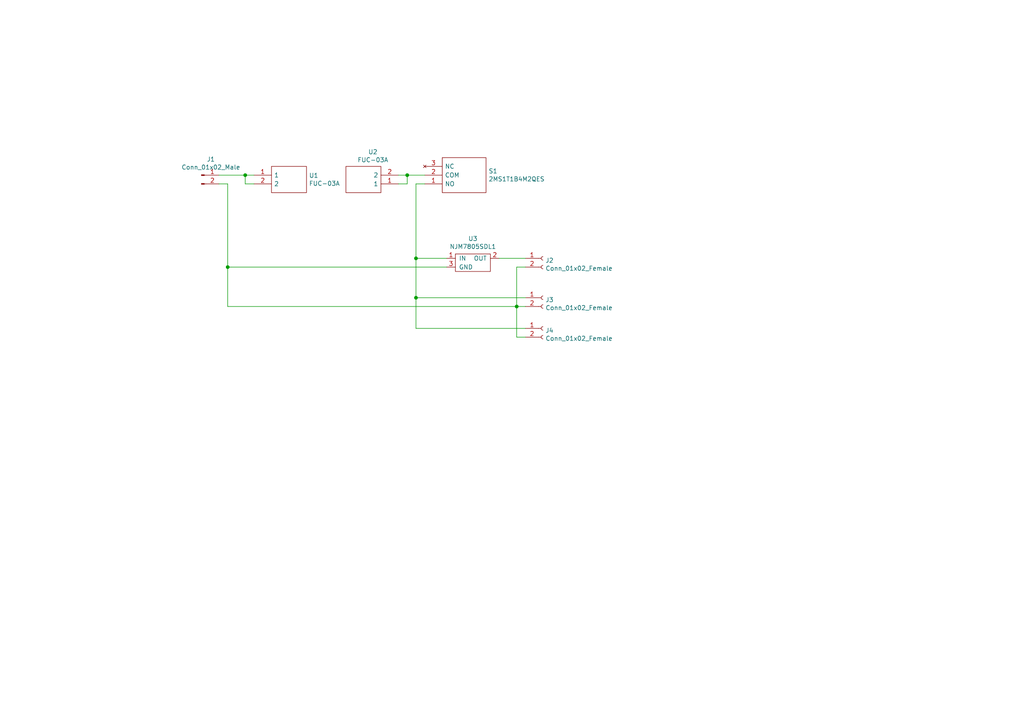
<source format=kicad_sch>
(kicad_sch (version 20211123) (generator eeschema)
  (paper "A4")
  (lib_symbols
    (symbol "Connector:Conn_01x02_Female" (pin_names (offset 1.016) hide)
      (property "Reference" "J" (at 0 2.54 0))
      (property "Value" "Conn_01x02_Female" (at 0 -5.08 0))
      (symbol "Conn_01x02_Female_1_1"
        (arc (start 0 -2.032) (mid -0.508 -2.54) (end 0 -3.048) (stroke (width 0.1524)))
        (polyline (pts (xy -1.27 -2.54) (xy -0.508 -2.54)) (stroke (width 0.1524)))
        (polyline (pts (xy -1.27 0) (xy -0.508 0)) (stroke (width 0.1524)))
        (arc (start 0 0.508) (mid -0.508 0) (end 0 -0.508) (stroke (width 0.1524)))
        (pin passive line (at -5.08 0 0) (length 3.81) (name "Pin_1") (number "1"))
        (pin passive line (at -5.08 -2.54 0) (length 3.81) (name "Pin_2") (number "2"))
      )
    )
    (symbol "Connector:Conn_01x02_Male" (pin_names (offset 1.016) hide)
      (property "Reference" "J" (at 0 2.54 0))
      (property "Value" "Conn_01x02_Male" (at 0 -5.08 0))
      (symbol "Conn_01x02_Male_1_1"
        (polyline (pts (xy 1.27 -2.54) (xy 0.8636 -2.54)) (stroke (width 0.1524)))
        (polyline (pts (xy 1.27 0) (xy 0.8636 0)) (stroke (width 0.1524)))
        (rectangle (start 0.8636 -2.413) (end 0 -2.667) (stroke (width 0.1524)) (fill (type outline)))
        (rectangle (start 0.8636 0.127) (end 0 -0.127) (stroke (width 0.1524)) (fill (type outline)))
        (pin passive line (at 5.08 0 180) (length 3.81) (name "Pin_1") (number "1"))
        (pin passive line (at 5.08 -2.54 180) (length 3.81) (name "Pin_2") (number "2"))
      )
    )
    (symbol "NJM7805SDL1:NJM7805SDL1" (pin_names (offset 1.016))
      (property "Reference" "U" (at 0 3.81 0))
      (property "Value" "NJM7805SDL1_NJM7805SDL1" (at 0 6.35 0))
      (symbol "NJM7805SDL1_0_1"
        (rectangle (start -5.08 2.54) (end 5.08 -2.54))
      )
      (symbol "NJM7805SDL1_1_1"
        (pin passive line (at -7.62 1.27 0) (length 2.54) (name "IN") (number "1"))
        (pin passive line (at 7.62 1.27 180) (length 2.54) (name "OUT") (number "2"))
        (pin passive line (at -7.62 -1.27 0) (length 2.54) (name "GND") (number "3"))
      )
    )
    (symbol "SamacSys_Parts:2MS1T1B4M2QES" (pin_names (offset 0.762))
      (property "Reference" "S" (at 19.05 7.62 0))
      (property "Value" "SamacSys_Parts_2MS1T1B4M2QES" (at 19.05 5.08 0))
      (symbol "2MS1T1B4M2QES_0_0"
        (pin passive line (at 0 -5.08 0) (length 5.08) (name "NO") (number "1"))
        (pin passive line (at 0 -2.54 0) (length 5.08) (name "COM") (number "2"))
        (pin no_connect line (at 0 0 0) (length 5.08) (name "NC") (number "3"))
      )
      (symbol "2MS1T1B4M2QES_0_1"
        (polyline (pts (xy 5.08 2.54) (xy 17.78 2.54) (xy 17.78 -7.62) (xy 5.08 -7.62) (xy 5.08 2.54)) (stroke (width 0.1524)))
      )
    )
    (symbol "SamacSys_Parts:FUC-03A" (pin_names (offset 0.762))
      (property "Reference" "U" (at 16.51 7.62 0))
      (property "Value" "SamacSys_Parts_FUC-03A" (at 16.51 5.08 0))
      (symbol "FUC-03A_0_0"
        (pin passive line (at 0 0 0) (length 5.08) (name "1") (number "1"))
        (pin passive line (at 0 -2.54 0) (length 5.08) (name "2") (number "2"))
      )
      (symbol "FUC-03A_0_1"
        (polyline (pts (xy 5.08 2.54) (xy 15.24 2.54) (xy 15.24 -5.08) (xy 5.08 -5.08) (xy 5.08 2.54)) (stroke (width 0.1524)))
      )
    )
  )
  (junction (at 71.12 50.8))
  (junction (at 120.65 74.93))
  (junction (at 66.04 77.47))
  (junction (at 149.86 88.9))
  (junction (at 118.11 50.8))
  (junction (at 120.65 86.36))
  (wire (pts (xy 120.65 95.25) (xy 152.4 95.25)))
  (wire (pts (xy 118.11 53.34) (xy 118.11 50.8)))
  (wire (pts (xy 71.12 50.8) (xy 73.66 50.8)))
  (wire (pts (xy 152.4 97.79) (xy 149.86 97.79)))
  (wire (pts (xy 115.57 53.34) (xy 118.11 53.34)))
  (wire (pts (xy 71.12 53.34) (xy 71.12 50.8)))
  (wire (pts (xy 149.86 88.9) (xy 152.4 88.9)))
  (wire (pts (xy 120.65 86.36) (xy 120.65 95.25)))
  (wire (pts (xy 120.65 86.36) (xy 120.65 74.93)))
  (wire (pts (xy 149.86 88.9) (xy 66.04 88.9)))
  (wire (pts (xy 66.04 53.34) (xy 66.04 77.47)))
  (wire (pts (xy 149.86 77.47) (xy 149.86 88.9)))
  (wire (pts (xy 118.11 50.8) (xy 115.57 50.8)))
  (wire (pts (xy 120.65 74.93) (xy 129.54 74.93)))
  (wire (pts (xy 73.66 53.34) (xy 71.12 53.34)))
  (wire (pts (xy 66.04 88.9) (xy 66.04 77.47)))
  (wire (pts (xy 144.78 74.93) (xy 152.4 74.93)))
  (wire (pts (xy 152.4 77.47) (xy 149.86 77.47)))
  (wire (pts (xy 123.19 53.34) (xy 120.65 53.34)))
  (wire (pts (xy 66.04 77.47) (xy 129.54 77.47)))
  (wire (pts (xy 149.86 97.79) (xy 149.86 88.9)))
  (wire (pts (xy 63.5 50.8) (xy 71.12 50.8)))
  (wire (pts (xy 63.5 53.34) (xy 66.04 53.34)))
  (wire (pts (xy 118.11 50.8) (xy 123.19 50.8)))
  (wire (pts (xy 152.4 86.36) (xy 120.65 86.36)))
  (wire (pts (xy 120.65 53.34) (xy 120.65 74.93)))
  (symbol (lib_id "Connector:Conn_01x02_Male") (at 58.42 50.8 0) (unit 1)
    (property "Reference" "J1" (at 61.1632 46.2026 0))
    (property "Value" "Conn_01x02_Male" (at 61.1632 48.514 0))
    (property "Footprint" "Connector_JST:JST_XH_B2B-XH-A_1x02_P2.50mm_Vertical" (effects hide))
  )
  (symbol (lib_id "SamacSys_Parts:2MS1T1B4M2QES") (at 123.19 48.26 0) (unit 1)
    (property "Reference" "S1" (at 141.6812 49.6316 0) (effects (justify left)))
    (property "Value" "2MS1T1B4M2QES" (at 141.6812 51.943 0) (effects (justify left)))
    (property "Footprint" "SamacSys_Parts:2MS1T1B4M2QES" (effects hide))
    (property "Datasheet" "https://akizukidenshi.com/download/2MS1-T1-B4-M2-Q-E-S.pdf" (effects hide))
    (property "Description" "Toggle Switches Sub-Miniature SPDT switch on-on pc thru-hole" (effects hide))
    (property "Height" "23.63" (effects hide))
    (property "Manufacturer_Name" "Dailywell" (effects hide))
    (property "Manufacturer_Part_Number" "2MS1T1B4M2QES" (effects hide))
  )
  (symbol (lib_id "NJM7805SDL1:NJM7805SDL1") (at 137.16 76.2 0) (unit 1)
    (property "Reference" "U3" (at 137.16 69.215 0))
    (property "Value" "NJM7805SDL1" (at 137.16 71.5264 0))
    (property "Footprint" "NJM7805SDL1:NJM7805SDL1" (effects hide))
  )
  (symbol (lib_id "SamacSys_Parts:FUC-03A") (at 115.57 53.34 180) (unit 1)
    (property "Reference" "U2" (at 108.1532 44.069 0))
    (property "Value" "FUC-03A" (at 108.1532 46.3804 0))
    (property "Footprint" "SamacSys_Parts:FUC03A" (effects hide))
    (property "Datasheet" "http://www.kangyang.com/Product/Sup_duct.php?duct=FUC-03A" (effects hide))
    (property "Description" "FUSE HOLDER" (effects hide))
    (property "Height" "8.8" (effects hide))
    (property "Manufacturer_Name" "Kang Yang" (effects hide))
    (property "Manufacturer_Part_Number" "FUC-03A" (effects hide))
  )
  (symbol (lib_id "SamacSys_Parts:FUC-03A") (at 73.66 50.8 0) (unit 1)
    (property "Reference" "U1" (at 89.6112 50.9016 0) (effects (justify left)))
    (property "Value" "FUC-03A" (at 89.6112 53.213 0) (effects (justify left)))
    (property "Footprint" "SamacSys_Parts:FUC03A" (effects hide))
    (property "Datasheet" "http://www.kangyang.com/Product/Sup_duct.php?duct=FUC-03A" (effects hide))
    (property "Description" "FUSE HOLDER" (effects hide))
    (property "Height" "8.8" (effects hide))
    (property "Manufacturer_Name" "Kang Yang" (effects hide))
    (property "Manufacturer_Part_Number" "FUC-03A" (effects hide))
  )
  (symbol (lib_id "Connector:Conn_01x02_Female") (at 157.48 74.93 0) (unit 1)
    (property "Reference" "J2" (at 158.1912 75.5396 0) (effects (justify left)))
    (property "Value" "Conn_01x02_Female" (at 158.1912 77.851 0) (effects (justify left)))
    (property "Footprint" "Connector_JST:JST_XH_B2B-XH-A_1x02_P2.50mm_Vertical" (effects hide))
  )
  (symbol (lib_id "Connector:Conn_01x02_Female") (at 157.48 86.36 0) (unit 1)
    (property "Reference" "J3" (at 158.1912 86.9696 0) (effects (justify left)))
    (property "Value" "Conn_01x02_Female" (at 158.1912 89.281 0) (effects (justify left)))
    (property "Footprint" "Connector_JST:JST_XH_B2B-XH-A_1x02_P2.50mm_Vertical" (effects hide))
  )
  (symbol (lib_id "Connector:Conn_01x02_Female") (at 157.48 95.25 0) (unit 1)
    (property "Reference" "J4" (at 158.1912 95.8596 0) (effects (justify left)))
    (property "Value" "Conn_01x02_Female" (at 158.1912 98.171 0) (effects (justify left)))
    (property "Footprint" "Connector_PinHeader_2.54mm:PinHeader_1x02_P2.54mm_Vertical" (effects hide))
  )
)
</source>
